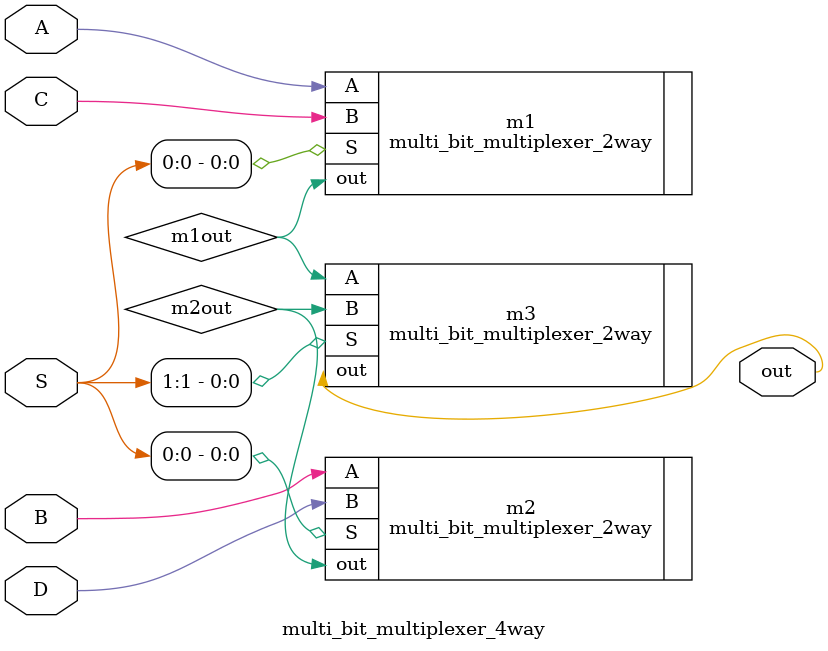
<source format=v>

module multi_bit_multiplexer_4way #(parameter WIDTH = 1) (
	A, B, C, D, S, out
);

input [WIDTH-1:0] A;
input [WIDTH-1:0] B;
input [WIDTH-1:0] C;
input [WIDTH-1:0] D;
input [1:0] S;
output [WIDTH-1:0] out;

wire m1out;
wire m2out;

multi_bit_multiplexer_2way #(WIDTH) m1 (.A(A), .B(C), .S(S[0]), .out(m1out));
multi_bit_multiplexer_2way #(WIDTH) m2 (.A(B), .B(D), .S(S[0]), .out(m2out));
multi_bit_multiplexer_2way #(WIDTH) m3 (.A(m1out), .B(m2out), .S(S[1]), .out(out));

endmodule

</source>
